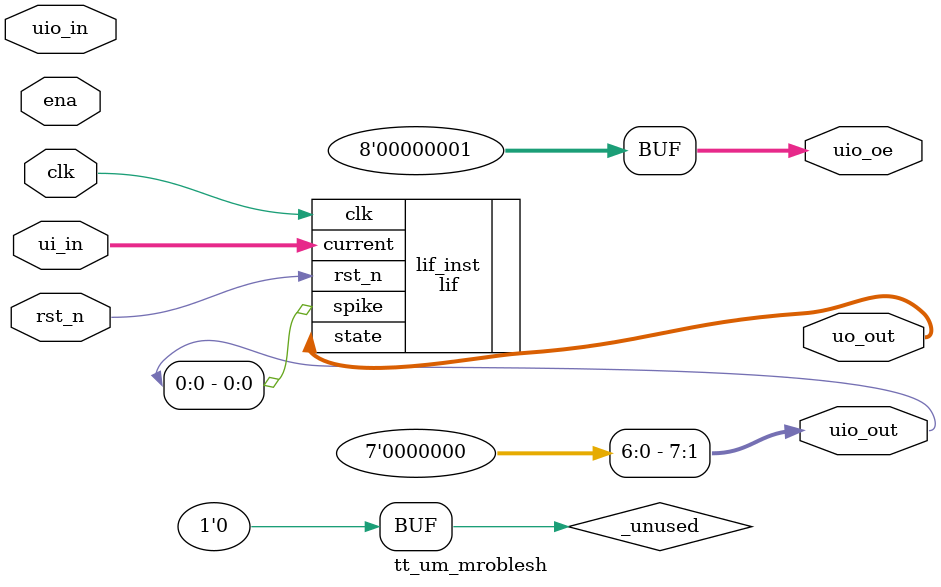
<source format=v>
/*
 * Copyright (c) 2024 Your Name
 * SPDX-License-Identifier: Apache-2.0
 */

`default_nettype none

module tt_um_mroblesh (
    input  wire [7:0] ui_in,    // Dedicated inputs
    output wire [7:0] uo_out,   // Dedicated outputs
    input  wire [7:0] uio_in,   // IOs: Input path
    output wire [7:0] uio_out,  // IOs: Output path
    output wire [7:0] uio_oe,   // IOs: Enable path (active high: 0=input, 1=output)
    input  wire       ena,      // always 1 when the design is powered, so you can ignore it
    input  wire       clk,      // clock
    input  wire       rst_n     // reset_n - low to reset
);

  // All output pins must be assigned. If not used, assign to 0.
  assign uio_out[7:1] = 7'b0;
  assign uio_oe  = 1;

  // List all unused inputs to prevent warnings
  wire _unused = &{ena, uio_in, 1'b0};

  // instantiate lif module
  lif lif_inst (
    .clk(clk),
    .rst_n(rst_n),
    .current(ui_in),
    .state(uo_out),
    .spike(uio_out[0])
  );

endmodule

</source>
